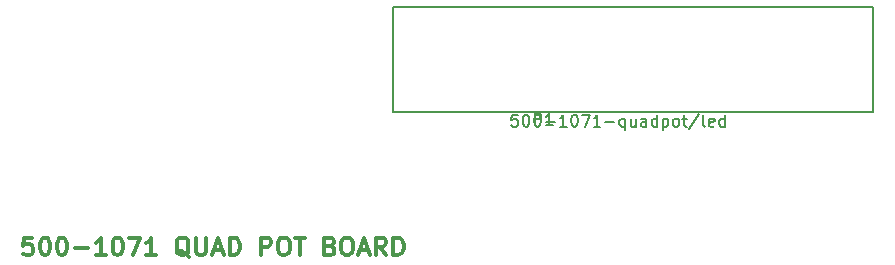
<source format=gbr>
G04 #@! TF.GenerationSoftware,KiCad,Pcbnew,(5.0.1)-3*
G04 #@! TF.CreationDate,2018-12-06T21:01:50-08:00*
G04 #@! TF.ProjectId,500-1071,3530302D313037312E6B696361645F70,A*
G04 #@! TF.SameCoordinates,Original*
G04 #@! TF.FileFunction,Legend,Top*
G04 #@! TF.FilePolarity,Positive*
%FSLAX46Y46*%
G04 Gerber Fmt 4.6, Leading zero omitted, Abs format (unit mm)*
G04 Created by KiCad (PCBNEW (5.0.1)-3) date 12/6/2018 9:01:50 PM*
%MOMM*%
%LPD*%
G01*
G04 APERTURE LIST*
%ADD10C,0.300000*%
%ADD11C,0.150000*%
G04 APERTURE END LIST*
D10*
X172638571Y-113478571D02*
X171924285Y-113478571D01*
X171852857Y-114192857D01*
X171924285Y-114121428D01*
X172067142Y-114050000D01*
X172424285Y-114050000D01*
X172567142Y-114121428D01*
X172638571Y-114192857D01*
X172710000Y-114335714D01*
X172710000Y-114692857D01*
X172638571Y-114835714D01*
X172567142Y-114907142D01*
X172424285Y-114978571D01*
X172067142Y-114978571D01*
X171924285Y-114907142D01*
X171852857Y-114835714D01*
X173638571Y-113478571D02*
X173781428Y-113478571D01*
X173924285Y-113550000D01*
X173995714Y-113621428D01*
X174067142Y-113764285D01*
X174138571Y-114050000D01*
X174138571Y-114407142D01*
X174067142Y-114692857D01*
X173995714Y-114835714D01*
X173924285Y-114907142D01*
X173781428Y-114978571D01*
X173638571Y-114978571D01*
X173495714Y-114907142D01*
X173424285Y-114835714D01*
X173352857Y-114692857D01*
X173281428Y-114407142D01*
X173281428Y-114050000D01*
X173352857Y-113764285D01*
X173424285Y-113621428D01*
X173495714Y-113550000D01*
X173638571Y-113478571D01*
X175067142Y-113478571D02*
X175210000Y-113478571D01*
X175352857Y-113550000D01*
X175424285Y-113621428D01*
X175495714Y-113764285D01*
X175567142Y-114050000D01*
X175567142Y-114407142D01*
X175495714Y-114692857D01*
X175424285Y-114835714D01*
X175352857Y-114907142D01*
X175210000Y-114978571D01*
X175067142Y-114978571D01*
X174924285Y-114907142D01*
X174852857Y-114835714D01*
X174781428Y-114692857D01*
X174710000Y-114407142D01*
X174710000Y-114050000D01*
X174781428Y-113764285D01*
X174852857Y-113621428D01*
X174924285Y-113550000D01*
X175067142Y-113478571D01*
X176210000Y-114407142D02*
X177352857Y-114407142D01*
X178852857Y-114978571D02*
X177995714Y-114978571D01*
X178424285Y-114978571D02*
X178424285Y-113478571D01*
X178281428Y-113692857D01*
X178138571Y-113835714D01*
X177995714Y-113907142D01*
X179781428Y-113478571D02*
X179924285Y-113478571D01*
X180067142Y-113550000D01*
X180138571Y-113621428D01*
X180210000Y-113764285D01*
X180281428Y-114050000D01*
X180281428Y-114407142D01*
X180210000Y-114692857D01*
X180138571Y-114835714D01*
X180067142Y-114907142D01*
X179924285Y-114978571D01*
X179781428Y-114978571D01*
X179638571Y-114907142D01*
X179567142Y-114835714D01*
X179495714Y-114692857D01*
X179424285Y-114407142D01*
X179424285Y-114050000D01*
X179495714Y-113764285D01*
X179567142Y-113621428D01*
X179638571Y-113550000D01*
X179781428Y-113478571D01*
X180781428Y-113478571D02*
X181781428Y-113478571D01*
X181138571Y-114978571D01*
X183138571Y-114978571D02*
X182281428Y-114978571D01*
X182710000Y-114978571D02*
X182710000Y-113478571D01*
X182567142Y-113692857D01*
X182424285Y-113835714D01*
X182281428Y-113907142D01*
X185924285Y-115121428D02*
X185781428Y-115050000D01*
X185638571Y-114907142D01*
X185424285Y-114692857D01*
X185281428Y-114621428D01*
X185138571Y-114621428D01*
X185210000Y-114978571D02*
X185067142Y-114907142D01*
X184924285Y-114764285D01*
X184852857Y-114478571D01*
X184852857Y-113978571D01*
X184924285Y-113692857D01*
X185067142Y-113550000D01*
X185210000Y-113478571D01*
X185495714Y-113478571D01*
X185638571Y-113550000D01*
X185781428Y-113692857D01*
X185852857Y-113978571D01*
X185852857Y-114478571D01*
X185781428Y-114764285D01*
X185638571Y-114907142D01*
X185495714Y-114978571D01*
X185210000Y-114978571D01*
X186495714Y-113478571D02*
X186495714Y-114692857D01*
X186567142Y-114835714D01*
X186638571Y-114907142D01*
X186781428Y-114978571D01*
X187067142Y-114978571D01*
X187210000Y-114907142D01*
X187281428Y-114835714D01*
X187352857Y-114692857D01*
X187352857Y-113478571D01*
X187995714Y-114550000D02*
X188710000Y-114550000D01*
X187852857Y-114978571D02*
X188352857Y-113478571D01*
X188852857Y-114978571D01*
X189352857Y-114978571D02*
X189352857Y-113478571D01*
X189710000Y-113478571D01*
X189924285Y-113550000D01*
X190067142Y-113692857D01*
X190138571Y-113835714D01*
X190210000Y-114121428D01*
X190210000Y-114335714D01*
X190138571Y-114621428D01*
X190067142Y-114764285D01*
X189924285Y-114907142D01*
X189710000Y-114978571D01*
X189352857Y-114978571D01*
X191995714Y-114978571D02*
X191995714Y-113478571D01*
X192567142Y-113478571D01*
X192710000Y-113550000D01*
X192781428Y-113621428D01*
X192852857Y-113764285D01*
X192852857Y-113978571D01*
X192781428Y-114121428D01*
X192710000Y-114192857D01*
X192567142Y-114264285D01*
X191995714Y-114264285D01*
X193781428Y-113478571D02*
X194067142Y-113478571D01*
X194210000Y-113550000D01*
X194352857Y-113692857D01*
X194424285Y-113978571D01*
X194424285Y-114478571D01*
X194352857Y-114764285D01*
X194210000Y-114907142D01*
X194067142Y-114978571D01*
X193781428Y-114978571D01*
X193638571Y-114907142D01*
X193495714Y-114764285D01*
X193424285Y-114478571D01*
X193424285Y-113978571D01*
X193495714Y-113692857D01*
X193638571Y-113550000D01*
X193781428Y-113478571D01*
X194852857Y-113478571D02*
X195710000Y-113478571D01*
X195281428Y-114978571D02*
X195281428Y-113478571D01*
X197852857Y-114192857D02*
X198067142Y-114264285D01*
X198138571Y-114335714D01*
X198210000Y-114478571D01*
X198210000Y-114692857D01*
X198138571Y-114835714D01*
X198067142Y-114907142D01*
X197924285Y-114978571D01*
X197352857Y-114978571D01*
X197352857Y-113478571D01*
X197852857Y-113478571D01*
X197995714Y-113550000D01*
X198067142Y-113621428D01*
X198138571Y-113764285D01*
X198138571Y-113907142D01*
X198067142Y-114050000D01*
X197995714Y-114121428D01*
X197852857Y-114192857D01*
X197352857Y-114192857D01*
X199138571Y-113478571D02*
X199424285Y-113478571D01*
X199567142Y-113550000D01*
X199710000Y-113692857D01*
X199781428Y-113978571D01*
X199781428Y-114478571D01*
X199710000Y-114764285D01*
X199567142Y-114907142D01*
X199424285Y-114978571D01*
X199138571Y-114978571D01*
X198995714Y-114907142D01*
X198852857Y-114764285D01*
X198781428Y-114478571D01*
X198781428Y-113978571D01*
X198852857Y-113692857D01*
X198995714Y-113550000D01*
X199138571Y-113478571D01*
X200352857Y-114550000D02*
X201067142Y-114550000D01*
X200210000Y-114978571D02*
X200710000Y-113478571D01*
X201210000Y-114978571D01*
X202567142Y-114978571D02*
X202067142Y-114264285D01*
X201710000Y-114978571D02*
X201710000Y-113478571D01*
X202281428Y-113478571D01*
X202424285Y-113550000D01*
X202495714Y-113621428D01*
X202567142Y-113764285D01*
X202567142Y-113978571D01*
X202495714Y-114121428D01*
X202424285Y-114192857D01*
X202281428Y-114264285D01*
X201710000Y-114264285D01*
X203210000Y-114978571D02*
X203210000Y-113478571D01*
X203567142Y-113478571D01*
X203781428Y-113550000D01*
X203924285Y-113692857D01*
X203995714Y-113835714D01*
X204067142Y-114121428D01*
X204067142Y-114335714D01*
X203995714Y-114621428D01*
X203924285Y-114764285D01*
X203781428Y-114907142D01*
X203567142Y-114978571D01*
X203210000Y-114978571D01*
D11*
G04 #@! TO.C,P1*
X243840000Y-102870000D02*
X243840000Y-102235000D01*
X203200000Y-102870000D02*
X243840000Y-102870000D01*
X203200000Y-93980000D02*
X203200000Y-102870000D01*
X243840000Y-93980000D02*
X203200000Y-93980000D01*
X243840000Y-102235000D02*
X243840000Y-93980000D01*
X215161904Y-103957380D02*
X215161904Y-102957380D01*
X215542857Y-102957380D01*
X215638095Y-103005000D01*
X215685714Y-103052619D01*
X215733333Y-103147857D01*
X215733333Y-103290714D01*
X215685714Y-103385952D01*
X215638095Y-103433571D01*
X215542857Y-103481190D01*
X215161904Y-103481190D01*
X216685714Y-103957380D02*
X216114285Y-103957380D01*
X216400000Y-103957380D02*
X216400000Y-102957380D01*
X216304761Y-103100238D01*
X216209523Y-103195476D01*
X216114285Y-103243095D01*
X213726190Y-103084380D02*
X213250000Y-103084380D01*
X213202380Y-103560571D01*
X213250000Y-103512952D01*
X213345238Y-103465333D01*
X213583333Y-103465333D01*
X213678571Y-103512952D01*
X213726190Y-103560571D01*
X213773809Y-103655809D01*
X213773809Y-103893904D01*
X213726190Y-103989142D01*
X213678571Y-104036761D01*
X213583333Y-104084380D01*
X213345238Y-104084380D01*
X213250000Y-104036761D01*
X213202380Y-103989142D01*
X214392857Y-103084380D02*
X214488095Y-103084380D01*
X214583333Y-103132000D01*
X214630952Y-103179619D01*
X214678571Y-103274857D01*
X214726190Y-103465333D01*
X214726190Y-103703428D01*
X214678571Y-103893904D01*
X214630952Y-103989142D01*
X214583333Y-104036761D01*
X214488095Y-104084380D01*
X214392857Y-104084380D01*
X214297619Y-104036761D01*
X214250000Y-103989142D01*
X214202380Y-103893904D01*
X214154761Y-103703428D01*
X214154761Y-103465333D01*
X214202380Y-103274857D01*
X214250000Y-103179619D01*
X214297619Y-103132000D01*
X214392857Y-103084380D01*
X215345238Y-103084380D02*
X215440476Y-103084380D01*
X215535714Y-103132000D01*
X215583333Y-103179619D01*
X215630952Y-103274857D01*
X215678571Y-103465333D01*
X215678571Y-103703428D01*
X215630952Y-103893904D01*
X215583333Y-103989142D01*
X215535714Y-104036761D01*
X215440476Y-104084380D01*
X215345238Y-104084380D01*
X215250000Y-104036761D01*
X215202380Y-103989142D01*
X215154761Y-103893904D01*
X215107142Y-103703428D01*
X215107142Y-103465333D01*
X215154761Y-103274857D01*
X215202380Y-103179619D01*
X215250000Y-103132000D01*
X215345238Y-103084380D01*
X216107142Y-103703428D02*
X216869047Y-103703428D01*
X217869047Y-104084380D02*
X217297619Y-104084380D01*
X217583333Y-104084380D02*
X217583333Y-103084380D01*
X217488095Y-103227238D01*
X217392857Y-103322476D01*
X217297619Y-103370095D01*
X218488095Y-103084380D02*
X218583333Y-103084380D01*
X218678571Y-103132000D01*
X218726190Y-103179619D01*
X218773809Y-103274857D01*
X218821428Y-103465333D01*
X218821428Y-103703428D01*
X218773809Y-103893904D01*
X218726190Y-103989142D01*
X218678571Y-104036761D01*
X218583333Y-104084380D01*
X218488095Y-104084380D01*
X218392857Y-104036761D01*
X218345238Y-103989142D01*
X218297619Y-103893904D01*
X218250000Y-103703428D01*
X218250000Y-103465333D01*
X218297619Y-103274857D01*
X218345238Y-103179619D01*
X218392857Y-103132000D01*
X218488095Y-103084380D01*
X219154761Y-103084380D02*
X219821428Y-103084380D01*
X219392857Y-104084380D01*
X220726190Y-104084380D02*
X220154761Y-104084380D01*
X220440476Y-104084380D02*
X220440476Y-103084380D01*
X220345238Y-103227238D01*
X220250000Y-103322476D01*
X220154761Y-103370095D01*
X221154761Y-103703428D02*
X221916666Y-103703428D01*
X222821428Y-103417714D02*
X222821428Y-104417714D01*
X222821428Y-104036761D02*
X222726190Y-104084380D01*
X222535714Y-104084380D01*
X222440476Y-104036761D01*
X222392857Y-103989142D01*
X222345238Y-103893904D01*
X222345238Y-103608190D01*
X222392857Y-103512952D01*
X222440476Y-103465333D01*
X222535714Y-103417714D01*
X222726190Y-103417714D01*
X222821428Y-103465333D01*
X223726190Y-103417714D02*
X223726190Y-104084380D01*
X223297619Y-103417714D02*
X223297619Y-103941523D01*
X223345238Y-104036761D01*
X223440476Y-104084380D01*
X223583333Y-104084380D01*
X223678571Y-104036761D01*
X223726190Y-103989142D01*
X224630952Y-104084380D02*
X224630952Y-103560571D01*
X224583333Y-103465333D01*
X224488095Y-103417714D01*
X224297619Y-103417714D01*
X224202380Y-103465333D01*
X224630952Y-104036761D02*
X224535714Y-104084380D01*
X224297619Y-104084380D01*
X224202380Y-104036761D01*
X224154761Y-103941523D01*
X224154761Y-103846285D01*
X224202380Y-103751047D01*
X224297619Y-103703428D01*
X224535714Y-103703428D01*
X224630952Y-103655809D01*
X225535714Y-104084380D02*
X225535714Y-103084380D01*
X225535714Y-104036761D02*
X225440476Y-104084380D01*
X225250000Y-104084380D01*
X225154761Y-104036761D01*
X225107142Y-103989142D01*
X225059523Y-103893904D01*
X225059523Y-103608190D01*
X225107142Y-103512952D01*
X225154761Y-103465333D01*
X225250000Y-103417714D01*
X225440476Y-103417714D01*
X225535714Y-103465333D01*
X226011904Y-103417714D02*
X226011904Y-104417714D01*
X226011904Y-103465333D02*
X226107142Y-103417714D01*
X226297619Y-103417714D01*
X226392857Y-103465333D01*
X226440476Y-103512952D01*
X226488095Y-103608190D01*
X226488095Y-103893904D01*
X226440476Y-103989142D01*
X226392857Y-104036761D01*
X226297619Y-104084380D01*
X226107142Y-104084380D01*
X226011904Y-104036761D01*
X227059523Y-104084380D02*
X226964285Y-104036761D01*
X226916666Y-103989142D01*
X226869047Y-103893904D01*
X226869047Y-103608190D01*
X226916666Y-103512952D01*
X226964285Y-103465333D01*
X227059523Y-103417714D01*
X227202380Y-103417714D01*
X227297619Y-103465333D01*
X227345238Y-103512952D01*
X227392857Y-103608190D01*
X227392857Y-103893904D01*
X227345238Y-103989142D01*
X227297619Y-104036761D01*
X227202380Y-104084380D01*
X227059523Y-104084380D01*
X227678571Y-103417714D02*
X228059523Y-103417714D01*
X227821428Y-103084380D02*
X227821428Y-103941523D01*
X227869047Y-104036761D01*
X227964285Y-104084380D01*
X228059523Y-104084380D01*
X229107142Y-103036761D02*
X228250000Y-104322476D01*
X229583333Y-104084380D02*
X229488095Y-104036761D01*
X229440476Y-103941523D01*
X229440476Y-103084380D01*
X230345238Y-104036761D02*
X230250000Y-104084380D01*
X230059523Y-104084380D01*
X229964285Y-104036761D01*
X229916666Y-103941523D01*
X229916666Y-103560571D01*
X229964285Y-103465333D01*
X230059523Y-103417714D01*
X230250000Y-103417714D01*
X230345238Y-103465333D01*
X230392857Y-103560571D01*
X230392857Y-103655809D01*
X229916666Y-103751047D01*
X231250000Y-104084380D02*
X231250000Y-103084380D01*
X231250000Y-104036761D02*
X231154761Y-104084380D01*
X230964285Y-104084380D01*
X230869047Y-104036761D01*
X230821428Y-103989142D01*
X230773809Y-103893904D01*
X230773809Y-103608190D01*
X230821428Y-103512952D01*
X230869047Y-103465333D01*
X230964285Y-103417714D01*
X231154761Y-103417714D01*
X231250000Y-103465333D01*
G04 #@! TD*
M02*

</source>
